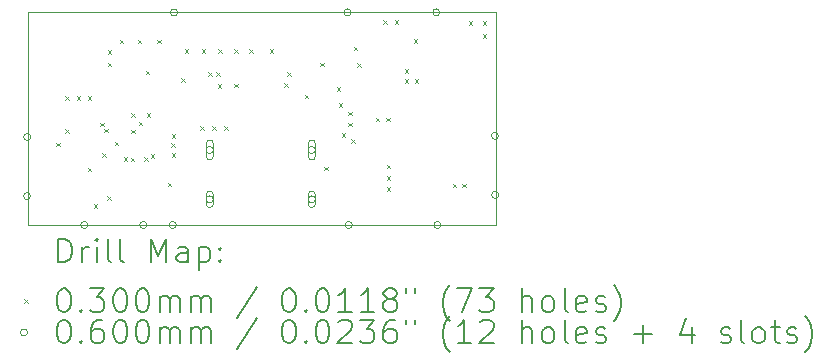
<source format=gbr>
%TF.GenerationSoftware,KiCad,Pcbnew,9.0.0*%
%TF.CreationDate,2025-03-15T13:46:52+01:00*%
%TF.ProjectId,snowbackpack,736e6f77-6261-4636-9b70-61636b2e6b69,rev?*%
%TF.SameCoordinates,Original*%
%TF.FileFunction,Drillmap*%
%TF.FilePolarity,Positive*%
%FSLAX45Y45*%
G04 Gerber Fmt 4.5, Leading zero omitted, Abs format (unit mm)*
G04 Created by KiCad (PCBNEW 9.0.0) date 2025-03-15 13:46:52*
%MOMM*%
%LPD*%
G01*
G04 APERTURE LIST*
%ADD10C,0.100000*%
%ADD11C,0.200000*%
G04 APERTURE END LIST*
D10*
X7410000Y-8200000D02*
X11370000Y-8200000D01*
X11370000Y-10000000D01*
X7410000Y-10000000D01*
X7410000Y-8200000D01*
D11*
D10*
X7650000Y-9305000D02*
X7680000Y-9335000D01*
X7680000Y-9305000D02*
X7650000Y-9335000D01*
X7725000Y-8910000D02*
X7755000Y-8940000D01*
X7755000Y-8910000D02*
X7725000Y-8940000D01*
X7725000Y-9190000D02*
X7755000Y-9220000D01*
X7755000Y-9190000D02*
X7725000Y-9220000D01*
X7820000Y-8910000D02*
X7850000Y-8940000D01*
X7850000Y-8910000D02*
X7820000Y-8940000D01*
X7915000Y-8910000D02*
X7945000Y-8940000D01*
X7945000Y-8910000D02*
X7915000Y-8940000D01*
X7915000Y-9515000D02*
X7945000Y-9545000D01*
X7945000Y-9515000D02*
X7915000Y-9545000D01*
X7965000Y-9825000D02*
X7995000Y-9855000D01*
X7995000Y-9825000D02*
X7965000Y-9855000D01*
X8021318Y-9134798D02*
X8051318Y-9164798D01*
X8051318Y-9134798D02*
X8021318Y-9164798D01*
X8035473Y-9391973D02*
X8065473Y-9421973D01*
X8065473Y-9391973D02*
X8035473Y-9421973D01*
X8055000Y-9185000D02*
X8085000Y-9215000D01*
X8085000Y-9185000D02*
X8055000Y-9215000D01*
X8080000Y-9755000D02*
X8110000Y-9785000D01*
X8110000Y-9755000D02*
X8080000Y-9785000D01*
X8085000Y-8520000D02*
X8115000Y-8550000D01*
X8115000Y-8520000D02*
X8085000Y-8550000D01*
X8085000Y-8625000D02*
X8115000Y-8655000D01*
X8115000Y-8625000D02*
X8085000Y-8655000D01*
X8145000Y-9295000D02*
X8175000Y-9325000D01*
X8175000Y-9295000D02*
X8145000Y-9325000D01*
X8185000Y-8430000D02*
X8215000Y-8460000D01*
X8215000Y-8430000D02*
X8185000Y-8460000D01*
X8218775Y-9424383D02*
X8248775Y-9454383D01*
X8248775Y-9424383D02*
X8218775Y-9454383D01*
X8278482Y-9430306D02*
X8308482Y-9460306D01*
X8308482Y-9430306D02*
X8278482Y-9460306D01*
X8285000Y-9055000D02*
X8315000Y-9085000D01*
X8315000Y-9055000D02*
X8285000Y-9085000D01*
X8285000Y-9195000D02*
X8315000Y-9225000D01*
X8315000Y-9195000D02*
X8285000Y-9225000D01*
X8340000Y-8430000D02*
X8370000Y-8460000D01*
X8370000Y-8430000D02*
X8340000Y-8460000D01*
X8347499Y-9125026D02*
X8377499Y-9155026D01*
X8377499Y-9125026D02*
X8347499Y-9155026D01*
X8393499Y-9424089D02*
X8423499Y-9454089D01*
X8423499Y-9424089D02*
X8393499Y-9454089D01*
X8405000Y-8692500D02*
X8435000Y-8722500D01*
X8435000Y-8692500D02*
X8405000Y-8722500D01*
X8415000Y-9055000D02*
X8445000Y-9085000D01*
X8445000Y-9055000D02*
X8415000Y-9085000D01*
X8448061Y-9398873D02*
X8478061Y-9428873D01*
X8478061Y-9398873D02*
X8448061Y-9428873D01*
X8505000Y-8430000D02*
X8535000Y-8460000D01*
X8535000Y-8430000D02*
X8505000Y-8460000D01*
X8590893Y-9641874D02*
X8620893Y-9671874D01*
X8620893Y-9641874D02*
X8590893Y-9671874D01*
X8622500Y-9307500D02*
X8652500Y-9337500D01*
X8652500Y-9307500D02*
X8622500Y-9337500D01*
X8625000Y-9390000D02*
X8655000Y-9420000D01*
X8655000Y-9390000D02*
X8625000Y-9420000D01*
X8627516Y-9233177D02*
X8657516Y-9263177D01*
X8657516Y-9233177D02*
X8627516Y-9263177D01*
X8705000Y-8755000D02*
X8735000Y-8785000D01*
X8735000Y-8755000D02*
X8705000Y-8785000D01*
X8737500Y-8510000D02*
X8767500Y-8540000D01*
X8767500Y-8510000D02*
X8737500Y-8540000D01*
X8865000Y-9165000D02*
X8895000Y-9195000D01*
X8895000Y-9165000D02*
X8865000Y-9195000D01*
X8880000Y-8510000D02*
X8910000Y-8540000D01*
X8910000Y-8510000D02*
X8880000Y-8540000D01*
X8935000Y-8705000D02*
X8965000Y-8735000D01*
X8965000Y-8705000D02*
X8935000Y-8735000D01*
X8970000Y-9165000D02*
X9000000Y-9195000D01*
X9000000Y-9165000D02*
X8970000Y-9195000D01*
X9005000Y-8705000D02*
X9035000Y-8735000D01*
X9035000Y-8705000D02*
X9005000Y-8735000D01*
X9015000Y-8810000D02*
X9045000Y-8840000D01*
X9045000Y-8810000D02*
X9015000Y-8840000D01*
X9020000Y-8510000D02*
X9050000Y-8540000D01*
X9050000Y-8510000D02*
X9020000Y-8540000D01*
X9070000Y-9165000D02*
X9100000Y-9195000D01*
X9100000Y-9165000D02*
X9070000Y-9195000D01*
X9155000Y-8510000D02*
X9185000Y-8540000D01*
X9185000Y-8510000D02*
X9155000Y-8540000D01*
X9155000Y-8805000D02*
X9185000Y-8835000D01*
X9185000Y-8805000D02*
X9155000Y-8835000D01*
X9280000Y-8510000D02*
X9310000Y-8540000D01*
X9310000Y-8510000D02*
X9280000Y-8540000D01*
X9455000Y-8510000D02*
X9485000Y-8540000D01*
X9485000Y-8510000D02*
X9455000Y-8540000D01*
X9577527Y-8797527D02*
X9607527Y-8827527D01*
X9607527Y-8797527D02*
X9577527Y-8827527D01*
X9605289Y-8704922D02*
X9635289Y-8734922D01*
X9635289Y-8704922D02*
X9605289Y-8734922D01*
X9752500Y-8897500D02*
X9782500Y-8927500D01*
X9782500Y-8897500D02*
X9752500Y-8927500D01*
X9885000Y-8625000D02*
X9915000Y-8655000D01*
X9915000Y-8625000D02*
X9885000Y-8655000D01*
X9915000Y-9505000D02*
X9945000Y-9535000D01*
X9945000Y-9505000D02*
X9915000Y-9535000D01*
X10022498Y-8835000D02*
X10052498Y-8865000D01*
X10052498Y-8835000D02*
X10022498Y-8865000D01*
X10040000Y-8970000D02*
X10070000Y-9000000D01*
X10070000Y-8970000D02*
X10040000Y-9000000D01*
X10065000Y-9225000D02*
X10095000Y-9255000D01*
X10095000Y-9225000D02*
X10065000Y-9255000D01*
X10122500Y-9040000D02*
X10152500Y-9070000D01*
X10152500Y-9040000D02*
X10122500Y-9070000D01*
X10122527Y-9135000D02*
X10152527Y-9165000D01*
X10152527Y-9135000D02*
X10122527Y-9165000D01*
X10145000Y-9275000D02*
X10175000Y-9305000D01*
X10175000Y-9275000D02*
X10145000Y-9305000D01*
X10165000Y-8490000D02*
X10195000Y-8520000D01*
X10195000Y-8490000D02*
X10165000Y-8520000D01*
X10195000Y-8630000D02*
X10225000Y-8660000D01*
X10225000Y-8630000D02*
X10195000Y-8660000D01*
X10355000Y-9090000D02*
X10385000Y-9120000D01*
X10385000Y-9090000D02*
X10355000Y-9120000D01*
X10415000Y-8265000D02*
X10445000Y-8295000D01*
X10445000Y-8265000D02*
X10415000Y-8295000D01*
X10440000Y-9090000D02*
X10470000Y-9120000D01*
X10470000Y-9090000D02*
X10440000Y-9120000D01*
X10445000Y-9490000D02*
X10475000Y-9520000D01*
X10475000Y-9490000D02*
X10445000Y-9520000D01*
X10445000Y-9585000D02*
X10475000Y-9615000D01*
X10475000Y-9585000D02*
X10445000Y-9615000D01*
X10445000Y-9680000D02*
X10475000Y-9710000D01*
X10475000Y-9680000D02*
X10445000Y-9710000D01*
X10515000Y-8265000D02*
X10545000Y-8295000D01*
X10545000Y-8265000D02*
X10515000Y-8295000D01*
X10600000Y-8680000D02*
X10630000Y-8710000D01*
X10630000Y-8680000D02*
X10600000Y-8710000D01*
X10600000Y-8765000D02*
X10630000Y-8795000D01*
X10630000Y-8765000D02*
X10600000Y-8795000D01*
X10675000Y-8425000D02*
X10705000Y-8455000D01*
X10705000Y-8425000D02*
X10675000Y-8455000D01*
X10685000Y-8765000D02*
X10715000Y-8795000D01*
X10715000Y-8765000D02*
X10685000Y-8795000D01*
X11005000Y-9650000D02*
X11035000Y-9680000D01*
X11035000Y-9650000D02*
X11005000Y-9680000D01*
X11085000Y-9650000D02*
X11115000Y-9680000D01*
X11115000Y-9650000D02*
X11085000Y-9680000D01*
X11140000Y-8275000D02*
X11170000Y-8305000D01*
X11170000Y-8275000D02*
X11140000Y-8305000D01*
X11260000Y-8275000D02*
X11290000Y-8305000D01*
X11290000Y-8275000D02*
X11260000Y-8305000D01*
X11260000Y-8385000D02*
X11290000Y-8415000D01*
X11290000Y-8385000D02*
X11260000Y-8415000D01*
X7430475Y-9755000D02*
G75*
G02*
X7370475Y-9755000I-30000J0D01*
G01*
X7370475Y-9755000D02*
G75*
G02*
X7430475Y-9755000I30000J0D01*
G01*
X7432497Y-9255000D02*
G75*
G02*
X7372497Y-9255000I-30000J0D01*
G01*
X7372497Y-9255000D02*
G75*
G02*
X7432497Y-9255000I30000J0D01*
G01*
X7915000Y-10000000D02*
G75*
G02*
X7855000Y-10000000I-30000J0D01*
G01*
X7855000Y-10000000D02*
G75*
G02*
X7915000Y-10000000I30000J0D01*
G01*
X8415000Y-10000000D02*
G75*
G02*
X8355000Y-10000000I-30000J0D01*
G01*
X8355000Y-10000000D02*
G75*
G02*
X8415000Y-10000000I30000J0D01*
G01*
X8665000Y-10000000D02*
G75*
G02*
X8605000Y-10000000I-30000J0D01*
G01*
X8605000Y-10000000D02*
G75*
G02*
X8665000Y-10000000I30000J0D01*
G01*
X8675000Y-8200000D02*
G75*
G02*
X8615000Y-8200000I-30000J0D01*
G01*
X8615000Y-8200000D02*
G75*
G02*
X8675000Y-8200000I30000J0D01*
G01*
X8977996Y-9364491D02*
G75*
G02*
X8917996Y-9364491I-30000J0D01*
G01*
X8917996Y-9364491D02*
G75*
G02*
X8977996Y-9364491I30000J0D01*
G01*
X8917996Y-9309491D02*
X8917996Y-9419491D01*
X8977996Y-9419491D02*
G75*
G02*
X8917996Y-9419491I-30000J0D01*
G01*
X8977996Y-9419491D02*
X8977996Y-9309491D01*
X8977996Y-9309491D02*
G75*
G03*
X8917996Y-9309491I-30000J0D01*
G01*
X8977996Y-9782500D02*
G75*
G02*
X8917996Y-9782500I-30000J0D01*
G01*
X8917996Y-9782500D02*
G75*
G02*
X8977996Y-9782500I30000J0D01*
G01*
X8917996Y-9742499D02*
X8917996Y-9822501D01*
X8977996Y-9822501D02*
G75*
G02*
X8917996Y-9822501I-30000J0D01*
G01*
X8977996Y-9822501D02*
X8977996Y-9742499D01*
X8977996Y-9742499D02*
G75*
G03*
X8917996Y-9742499I-30000J0D01*
G01*
X9842004Y-9364491D02*
G75*
G02*
X9782004Y-9364491I-30000J0D01*
G01*
X9782004Y-9364491D02*
G75*
G02*
X9842004Y-9364491I30000J0D01*
G01*
X9782004Y-9309491D02*
X9782004Y-9419491D01*
X9842004Y-9419491D02*
G75*
G02*
X9782004Y-9419491I-30000J0D01*
G01*
X9842004Y-9419491D02*
X9842004Y-9309491D01*
X9842004Y-9309491D02*
G75*
G03*
X9782004Y-9309491I-30000J0D01*
G01*
X9842004Y-9782500D02*
G75*
G02*
X9782004Y-9782500I-30000J0D01*
G01*
X9782004Y-9782500D02*
G75*
G02*
X9842004Y-9782500I30000J0D01*
G01*
X9782004Y-9742499D02*
X9782004Y-9822501D01*
X9842004Y-9822501D02*
G75*
G02*
X9782004Y-9822501I-30000J0D01*
G01*
X9842004Y-9822501D02*
X9842004Y-9742499D01*
X9842004Y-9742499D02*
G75*
G03*
X9782004Y-9742499I-30000J0D01*
G01*
X10145000Y-8200000D02*
G75*
G02*
X10085000Y-8200000I-30000J0D01*
G01*
X10085000Y-8200000D02*
G75*
G02*
X10145000Y-8200000I30000J0D01*
G01*
X10155000Y-10000000D02*
G75*
G02*
X10095000Y-10000000I-30000J0D01*
G01*
X10095000Y-10000000D02*
G75*
G02*
X10155000Y-10000000I30000J0D01*
G01*
X10895000Y-8200000D02*
G75*
G02*
X10835000Y-8200000I-30000J0D01*
G01*
X10835000Y-8200000D02*
G75*
G02*
X10895000Y-8200000I30000J0D01*
G01*
X10905000Y-10000000D02*
G75*
G02*
X10845000Y-10000000I-30000J0D01*
G01*
X10845000Y-10000000D02*
G75*
G02*
X10905000Y-10000000I30000J0D01*
G01*
X11392502Y-9245000D02*
G75*
G02*
X11332502Y-9245000I-30000J0D01*
G01*
X11332502Y-9245000D02*
G75*
G02*
X11392502Y-9245000I30000J0D01*
G01*
X11394525Y-9745000D02*
G75*
G02*
X11334525Y-9745000I-30000J0D01*
G01*
X11334525Y-9745000D02*
G75*
G02*
X11394525Y-9745000I30000J0D01*
G01*
D11*
X7665777Y-10316484D02*
X7665777Y-10116484D01*
X7665777Y-10116484D02*
X7713396Y-10116484D01*
X7713396Y-10116484D02*
X7741967Y-10126008D01*
X7741967Y-10126008D02*
X7761015Y-10145055D01*
X7761015Y-10145055D02*
X7770539Y-10164103D01*
X7770539Y-10164103D02*
X7780062Y-10202198D01*
X7780062Y-10202198D02*
X7780062Y-10230770D01*
X7780062Y-10230770D02*
X7770539Y-10268865D01*
X7770539Y-10268865D02*
X7761015Y-10287912D01*
X7761015Y-10287912D02*
X7741967Y-10306960D01*
X7741967Y-10306960D02*
X7713396Y-10316484D01*
X7713396Y-10316484D02*
X7665777Y-10316484D01*
X7865777Y-10316484D02*
X7865777Y-10183150D01*
X7865777Y-10221246D02*
X7875301Y-10202198D01*
X7875301Y-10202198D02*
X7884824Y-10192674D01*
X7884824Y-10192674D02*
X7903872Y-10183150D01*
X7903872Y-10183150D02*
X7922920Y-10183150D01*
X7989586Y-10316484D02*
X7989586Y-10183150D01*
X7989586Y-10116484D02*
X7980062Y-10126008D01*
X7980062Y-10126008D02*
X7989586Y-10135531D01*
X7989586Y-10135531D02*
X7999110Y-10126008D01*
X7999110Y-10126008D02*
X7989586Y-10116484D01*
X7989586Y-10116484D02*
X7989586Y-10135531D01*
X8113396Y-10316484D02*
X8094348Y-10306960D01*
X8094348Y-10306960D02*
X8084824Y-10287912D01*
X8084824Y-10287912D02*
X8084824Y-10116484D01*
X8218158Y-10316484D02*
X8199110Y-10306960D01*
X8199110Y-10306960D02*
X8189586Y-10287912D01*
X8189586Y-10287912D02*
X8189586Y-10116484D01*
X8446729Y-10316484D02*
X8446729Y-10116484D01*
X8446729Y-10116484D02*
X8513396Y-10259341D01*
X8513396Y-10259341D02*
X8580063Y-10116484D01*
X8580063Y-10116484D02*
X8580063Y-10316484D01*
X8761015Y-10316484D02*
X8761015Y-10211722D01*
X8761015Y-10211722D02*
X8751491Y-10192674D01*
X8751491Y-10192674D02*
X8732444Y-10183150D01*
X8732444Y-10183150D02*
X8694348Y-10183150D01*
X8694348Y-10183150D02*
X8675301Y-10192674D01*
X8761015Y-10306960D02*
X8741967Y-10316484D01*
X8741967Y-10316484D02*
X8694348Y-10316484D01*
X8694348Y-10316484D02*
X8675301Y-10306960D01*
X8675301Y-10306960D02*
X8665777Y-10287912D01*
X8665777Y-10287912D02*
X8665777Y-10268865D01*
X8665777Y-10268865D02*
X8675301Y-10249817D01*
X8675301Y-10249817D02*
X8694348Y-10240293D01*
X8694348Y-10240293D02*
X8741967Y-10240293D01*
X8741967Y-10240293D02*
X8761015Y-10230770D01*
X8856253Y-10183150D02*
X8856253Y-10383150D01*
X8856253Y-10192674D02*
X8875301Y-10183150D01*
X8875301Y-10183150D02*
X8913396Y-10183150D01*
X8913396Y-10183150D02*
X8932444Y-10192674D01*
X8932444Y-10192674D02*
X8941967Y-10202198D01*
X8941967Y-10202198D02*
X8951491Y-10221246D01*
X8951491Y-10221246D02*
X8951491Y-10278389D01*
X8951491Y-10278389D02*
X8941967Y-10297436D01*
X8941967Y-10297436D02*
X8932444Y-10306960D01*
X8932444Y-10306960D02*
X8913396Y-10316484D01*
X8913396Y-10316484D02*
X8875301Y-10316484D01*
X8875301Y-10316484D02*
X8856253Y-10306960D01*
X9037205Y-10297436D02*
X9046729Y-10306960D01*
X9046729Y-10306960D02*
X9037205Y-10316484D01*
X9037205Y-10316484D02*
X9027682Y-10306960D01*
X9027682Y-10306960D02*
X9037205Y-10297436D01*
X9037205Y-10297436D02*
X9037205Y-10316484D01*
X9037205Y-10192674D02*
X9046729Y-10202198D01*
X9046729Y-10202198D02*
X9037205Y-10211722D01*
X9037205Y-10211722D02*
X9027682Y-10202198D01*
X9027682Y-10202198D02*
X9037205Y-10192674D01*
X9037205Y-10192674D02*
X9037205Y-10211722D01*
D10*
X7375000Y-10630000D02*
X7405000Y-10660000D01*
X7405000Y-10630000D02*
X7375000Y-10660000D01*
D11*
X7703872Y-10536484D02*
X7722920Y-10536484D01*
X7722920Y-10536484D02*
X7741967Y-10546008D01*
X7741967Y-10546008D02*
X7751491Y-10555531D01*
X7751491Y-10555531D02*
X7761015Y-10574579D01*
X7761015Y-10574579D02*
X7770539Y-10612674D01*
X7770539Y-10612674D02*
X7770539Y-10660293D01*
X7770539Y-10660293D02*
X7761015Y-10698389D01*
X7761015Y-10698389D02*
X7751491Y-10717436D01*
X7751491Y-10717436D02*
X7741967Y-10726960D01*
X7741967Y-10726960D02*
X7722920Y-10736484D01*
X7722920Y-10736484D02*
X7703872Y-10736484D01*
X7703872Y-10736484D02*
X7684824Y-10726960D01*
X7684824Y-10726960D02*
X7675301Y-10717436D01*
X7675301Y-10717436D02*
X7665777Y-10698389D01*
X7665777Y-10698389D02*
X7656253Y-10660293D01*
X7656253Y-10660293D02*
X7656253Y-10612674D01*
X7656253Y-10612674D02*
X7665777Y-10574579D01*
X7665777Y-10574579D02*
X7675301Y-10555531D01*
X7675301Y-10555531D02*
X7684824Y-10546008D01*
X7684824Y-10546008D02*
X7703872Y-10536484D01*
X7856253Y-10717436D02*
X7865777Y-10726960D01*
X7865777Y-10726960D02*
X7856253Y-10736484D01*
X7856253Y-10736484D02*
X7846729Y-10726960D01*
X7846729Y-10726960D02*
X7856253Y-10717436D01*
X7856253Y-10717436D02*
X7856253Y-10736484D01*
X7932443Y-10536484D02*
X8056253Y-10536484D01*
X8056253Y-10536484D02*
X7989586Y-10612674D01*
X7989586Y-10612674D02*
X8018158Y-10612674D01*
X8018158Y-10612674D02*
X8037205Y-10622198D01*
X8037205Y-10622198D02*
X8046729Y-10631722D01*
X8046729Y-10631722D02*
X8056253Y-10650770D01*
X8056253Y-10650770D02*
X8056253Y-10698389D01*
X8056253Y-10698389D02*
X8046729Y-10717436D01*
X8046729Y-10717436D02*
X8037205Y-10726960D01*
X8037205Y-10726960D02*
X8018158Y-10736484D01*
X8018158Y-10736484D02*
X7961015Y-10736484D01*
X7961015Y-10736484D02*
X7941967Y-10726960D01*
X7941967Y-10726960D02*
X7932443Y-10717436D01*
X8180062Y-10536484D02*
X8199110Y-10536484D01*
X8199110Y-10536484D02*
X8218158Y-10546008D01*
X8218158Y-10546008D02*
X8227682Y-10555531D01*
X8227682Y-10555531D02*
X8237205Y-10574579D01*
X8237205Y-10574579D02*
X8246729Y-10612674D01*
X8246729Y-10612674D02*
X8246729Y-10660293D01*
X8246729Y-10660293D02*
X8237205Y-10698389D01*
X8237205Y-10698389D02*
X8227682Y-10717436D01*
X8227682Y-10717436D02*
X8218158Y-10726960D01*
X8218158Y-10726960D02*
X8199110Y-10736484D01*
X8199110Y-10736484D02*
X8180062Y-10736484D01*
X8180062Y-10736484D02*
X8161015Y-10726960D01*
X8161015Y-10726960D02*
X8151491Y-10717436D01*
X8151491Y-10717436D02*
X8141967Y-10698389D01*
X8141967Y-10698389D02*
X8132443Y-10660293D01*
X8132443Y-10660293D02*
X8132443Y-10612674D01*
X8132443Y-10612674D02*
X8141967Y-10574579D01*
X8141967Y-10574579D02*
X8151491Y-10555531D01*
X8151491Y-10555531D02*
X8161015Y-10546008D01*
X8161015Y-10546008D02*
X8180062Y-10536484D01*
X8370539Y-10536484D02*
X8389586Y-10536484D01*
X8389586Y-10536484D02*
X8408634Y-10546008D01*
X8408634Y-10546008D02*
X8418158Y-10555531D01*
X8418158Y-10555531D02*
X8427682Y-10574579D01*
X8427682Y-10574579D02*
X8437205Y-10612674D01*
X8437205Y-10612674D02*
X8437205Y-10660293D01*
X8437205Y-10660293D02*
X8427682Y-10698389D01*
X8427682Y-10698389D02*
X8418158Y-10717436D01*
X8418158Y-10717436D02*
X8408634Y-10726960D01*
X8408634Y-10726960D02*
X8389586Y-10736484D01*
X8389586Y-10736484D02*
X8370539Y-10736484D01*
X8370539Y-10736484D02*
X8351491Y-10726960D01*
X8351491Y-10726960D02*
X8341967Y-10717436D01*
X8341967Y-10717436D02*
X8332443Y-10698389D01*
X8332443Y-10698389D02*
X8322920Y-10660293D01*
X8322920Y-10660293D02*
X8322920Y-10612674D01*
X8322920Y-10612674D02*
X8332443Y-10574579D01*
X8332443Y-10574579D02*
X8341967Y-10555531D01*
X8341967Y-10555531D02*
X8351491Y-10546008D01*
X8351491Y-10546008D02*
X8370539Y-10536484D01*
X8522920Y-10736484D02*
X8522920Y-10603150D01*
X8522920Y-10622198D02*
X8532444Y-10612674D01*
X8532444Y-10612674D02*
X8551491Y-10603150D01*
X8551491Y-10603150D02*
X8580063Y-10603150D01*
X8580063Y-10603150D02*
X8599110Y-10612674D01*
X8599110Y-10612674D02*
X8608634Y-10631722D01*
X8608634Y-10631722D02*
X8608634Y-10736484D01*
X8608634Y-10631722D02*
X8618158Y-10612674D01*
X8618158Y-10612674D02*
X8637205Y-10603150D01*
X8637205Y-10603150D02*
X8665777Y-10603150D01*
X8665777Y-10603150D02*
X8684825Y-10612674D01*
X8684825Y-10612674D02*
X8694348Y-10631722D01*
X8694348Y-10631722D02*
X8694348Y-10736484D01*
X8789586Y-10736484D02*
X8789586Y-10603150D01*
X8789586Y-10622198D02*
X8799110Y-10612674D01*
X8799110Y-10612674D02*
X8818158Y-10603150D01*
X8818158Y-10603150D02*
X8846729Y-10603150D01*
X8846729Y-10603150D02*
X8865777Y-10612674D01*
X8865777Y-10612674D02*
X8875301Y-10631722D01*
X8875301Y-10631722D02*
X8875301Y-10736484D01*
X8875301Y-10631722D02*
X8884825Y-10612674D01*
X8884825Y-10612674D02*
X8903872Y-10603150D01*
X8903872Y-10603150D02*
X8932444Y-10603150D01*
X8932444Y-10603150D02*
X8951491Y-10612674D01*
X8951491Y-10612674D02*
X8961015Y-10631722D01*
X8961015Y-10631722D02*
X8961015Y-10736484D01*
X9351491Y-10526960D02*
X9180063Y-10784103D01*
X9608634Y-10536484D02*
X9627682Y-10536484D01*
X9627682Y-10536484D02*
X9646729Y-10546008D01*
X9646729Y-10546008D02*
X9656253Y-10555531D01*
X9656253Y-10555531D02*
X9665777Y-10574579D01*
X9665777Y-10574579D02*
X9675301Y-10612674D01*
X9675301Y-10612674D02*
X9675301Y-10660293D01*
X9675301Y-10660293D02*
X9665777Y-10698389D01*
X9665777Y-10698389D02*
X9656253Y-10717436D01*
X9656253Y-10717436D02*
X9646729Y-10726960D01*
X9646729Y-10726960D02*
X9627682Y-10736484D01*
X9627682Y-10736484D02*
X9608634Y-10736484D01*
X9608634Y-10736484D02*
X9589587Y-10726960D01*
X9589587Y-10726960D02*
X9580063Y-10717436D01*
X9580063Y-10717436D02*
X9570539Y-10698389D01*
X9570539Y-10698389D02*
X9561015Y-10660293D01*
X9561015Y-10660293D02*
X9561015Y-10612674D01*
X9561015Y-10612674D02*
X9570539Y-10574579D01*
X9570539Y-10574579D02*
X9580063Y-10555531D01*
X9580063Y-10555531D02*
X9589587Y-10546008D01*
X9589587Y-10546008D02*
X9608634Y-10536484D01*
X9761015Y-10717436D02*
X9770539Y-10726960D01*
X9770539Y-10726960D02*
X9761015Y-10736484D01*
X9761015Y-10736484D02*
X9751491Y-10726960D01*
X9751491Y-10726960D02*
X9761015Y-10717436D01*
X9761015Y-10717436D02*
X9761015Y-10736484D01*
X9894348Y-10536484D02*
X9913396Y-10536484D01*
X9913396Y-10536484D02*
X9932444Y-10546008D01*
X9932444Y-10546008D02*
X9941968Y-10555531D01*
X9941968Y-10555531D02*
X9951491Y-10574579D01*
X9951491Y-10574579D02*
X9961015Y-10612674D01*
X9961015Y-10612674D02*
X9961015Y-10660293D01*
X9961015Y-10660293D02*
X9951491Y-10698389D01*
X9951491Y-10698389D02*
X9941968Y-10717436D01*
X9941968Y-10717436D02*
X9932444Y-10726960D01*
X9932444Y-10726960D02*
X9913396Y-10736484D01*
X9913396Y-10736484D02*
X9894348Y-10736484D01*
X9894348Y-10736484D02*
X9875301Y-10726960D01*
X9875301Y-10726960D02*
X9865777Y-10717436D01*
X9865777Y-10717436D02*
X9856253Y-10698389D01*
X9856253Y-10698389D02*
X9846729Y-10660293D01*
X9846729Y-10660293D02*
X9846729Y-10612674D01*
X9846729Y-10612674D02*
X9856253Y-10574579D01*
X9856253Y-10574579D02*
X9865777Y-10555531D01*
X9865777Y-10555531D02*
X9875301Y-10546008D01*
X9875301Y-10546008D02*
X9894348Y-10536484D01*
X10151491Y-10736484D02*
X10037206Y-10736484D01*
X10094348Y-10736484D02*
X10094348Y-10536484D01*
X10094348Y-10536484D02*
X10075301Y-10565055D01*
X10075301Y-10565055D02*
X10056253Y-10584103D01*
X10056253Y-10584103D02*
X10037206Y-10593627D01*
X10341968Y-10736484D02*
X10227682Y-10736484D01*
X10284825Y-10736484D02*
X10284825Y-10536484D01*
X10284825Y-10536484D02*
X10265777Y-10565055D01*
X10265777Y-10565055D02*
X10246729Y-10584103D01*
X10246729Y-10584103D02*
X10227682Y-10593627D01*
X10456253Y-10622198D02*
X10437206Y-10612674D01*
X10437206Y-10612674D02*
X10427682Y-10603150D01*
X10427682Y-10603150D02*
X10418158Y-10584103D01*
X10418158Y-10584103D02*
X10418158Y-10574579D01*
X10418158Y-10574579D02*
X10427682Y-10555531D01*
X10427682Y-10555531D02*
X10437206Y-10546008D01*
X10437206Y-10546008D02*
X10456253Y-10536484D01*
X10456253Y-10536484D02*
X10494349Y-10536484D01*
X10494349Y-10536484D02*
X10513396Y-10546008D01*
X10513396Y-10546008D02*
X10522920Y-10555531D01*
X10522920Y-10555531D02*
X10532444Y-10574579D01*
X10532444Y-10574579D02*
X10532444Y-10584103D01*
X10532444Y-10584103D02*
X10522920Y-10603150D01*
X10522920Y-10603150D02*
X10513396Y-10612674D01*
X10513396Y-10612674D02*
X10494349Y-10622198D01*
X10494349Y-10622198D02*
X10456253Y-10622198D01*
X10456253Y-10622198D02*
X10437206Y-10631722D01*
X10437206Y-10631722D02*
X10427682Y-10641246D01*
X10427682Y-10641246D02*
X10418158Y-10660293D01*
X10418158Y-10660293D02*
X10418158Y-10698389D01*
X10418158Y-10698389D02*
X10427682Y-10717436D01*
X10427682Y-10717436D02*
X10437206Y-10726960D01*
X10437206Y-10726960D02*
X10456253Y-10736484D01*
X10456253Y-10736484D02*
X10494349Y-10736484D01*
X10494349Y-10736484D02*
X10513396Y-10726960D01*
X10513396Y-10726960D02*
X10522920Y-10717436D01*
X10522920Y-10717436D02*
X10532444Y-10698389D01*
X10532444Y-10698389D02*
X10532444Y-10660293D01*
X10532444Y-10660293D02*
X10522920Y-10641246D01*
X10522920Y-10641246D02*
X10513396Y-10631722D01*
X10513396Y-10631722D02*
X10494349Y-10622198D01*
X10608634Y-10536484D02*
X10608634Y-10574579D01*
X10684825Y-10536484D02*
X10684825Y-10574579D01*
X10980063Y-10812674D02*
X10970539Y-10803150D01*
X10970539Y-10803150D02*
X10951491Y-10774579D01*
X10951491Y-10774579D02*
X10941968Y-10755531D01*
X10941968Y-10755531D02*
X10932444Y-10726960D01*
X10932444Y-10726960D02*
X10922920Y-10679341D01*
X10922920Y-10679341D02*
X10922920Y-10641246D01*
X10922920Y-10641246D02*
X10932444Y-10593627D01*
X10932444Y-10593627D02*
X10941968Y-10565055D01*
X10941968Y-10565055D02*
X10951491Y-10546008D01*
X10951491Y-10546008D02*
X10970539Y-10517436D01*
X10970539Y-10517436D02*
X10980063Y-10507912D01*
X11037206Y-10536484D02*
X11170539Y-10536484D01*
X11170539Y-10536484D02*
X11084825Y-10736484D01*
X11227682Y-10536484D02*
X11351491Y-10536484D01*
X11351491Y-10536484D02*
X11284825Y-10612674D01*
X11284825Y-10612674D02*
X11313396Y-10612674D01*
X11313396Y-10612674D02*
X11332444Y-10622198D01*
X11332444Y-10622198D02*
X11341968Y-10631722D01*
X11341968Y-10631722D02*
X11351491Y-10650770D01*
X11351491Y-10650770D02*
X11351491Y-10698389D01*
X11351491Y-10698389D02*
X11341968Y-10717436D01*
X11341968Y-10717436D02*
X11332444Y-10726960D01*
X11332444Y-10726960D02*
X11313396Y-10736484D01*
X11313396Y-10736484D02*
X11256253Y-10736484D01*
X11256253Y-10736484D02*
X11237206Y-10726960D01*
X11237206Y-10726960D02*
X11227682Y-10717436D01*
X11589587Y-10736484D02*
X11589587Y-10536484D01*
X11675301Y-10736484D02*
X11675301Y-10631722D01*
X11675301Y-10631722D02*
X11665777Y-10612674D01*
X11665777Y-10612674D02*
X11646730Y-10603150D01*
X11646730Y-10603150D02*
X11618158Y-10603150D01*
X11618158Y-10603150D02*
X11599110Y-10612674D01*
X11599110Y-10612674D02*
X11589587Y-10622198D01*
X11799110Y-10736484D02*
X11780063Y-10726960D01*
X11780063Y-10726960D02*
X11770539Y-10717436D01*
X11770539Y-10717436D02*
X11761015Y-10698389D01*
X11761015Y-10698389D02*
X11761015Y-10641246D01*
X11761015Y-10641246D02*
X11770539Y-10622198D01*
X11770539Y-10622198D02*
X11780063Y-10612674D01*
X11780063Y-10612674D02*
X11799110Y-10603150D01*
X11799110Y-10603150D02*
X11827682Y-10603150D01*
X11827682Y-10603150D02*
X11846730Y-10612674D01*
X11846730Y-10612674D02*
X11856253Y-10622198D01*
X11856253Y-10622198D02*
X11865777Y-10641246D01*
X11865777Y-10641246D02*
X11865777Y-10698389D01*
X11865777Y-10698389D02*
X11856253Y-10717436D01*
X11856253Y-10717436D02*
X11846730Y-10726960D01*
X11846730Y-10726960D02*
X11827682Y-10736484D01*
X11827682Y-10736484D02*
X11799110Y-10736484D01*
X11980063Y-10736484D02*
X11961015Y-10726960D01*
X11961015Y-10726960D02*
X11951491Y-10707912D01*
X11951491Y-10707912D02*
X11951491Y-10536484D01*
X12132444Y-10726960D02*
X12113396Y-10736484D01*
X12113396Y-10736484D02*
X12075301Y-10736484D01*
X12075301Y-10736484D02*
X12056253Y-10726960D01*
X12056253Y-10726960D02*
X12046730Y-10707912D01*
X12046730Y-10707912D02*
X12046730Y-10631722D01*
X12046730Y-10631722D02*
X12056253Y-10612674D01*
X12056253Y-10612674D02*
X12075301Y-10603150D01*
X12075301Y-10603150D02*
X12113396Y-10603150D01*
X12113396Y-10603150D02*
X12132444Y-10612674D01*
X12132444Y-10612674D02*
X12141968Y-10631722D01*
X12141968Y-10631722D02*
X12141968Y-10650770D01*
X12141968Y-10650770D02*
X12046730Y-10669817D01*
X12218158Y-10726960D02*
X12237206Y-10736484D01*
X12237206Y-10736484D02*
X12275301Y-10736484D01*
X12275301Y-10736484D02*
X12294349Y-10726960D01*
X12294349Y-10726960D02*
X12303872Y-10707912D01*
X12303872Y-10707912D02*
X12303872Y-10698389D01*
X12303872Y-10698389D02*
X12294349Y-10679341D01*
X12294349Y-10679341D02*
X12275301Y-10669817D01*
X12275301Y-10669817D02*
X12246730Y-10669817D01*
X12246730Y-10669817D02*
X12227682Y-10660293D01*
X12227682Y-10660293D02*
X12218158Y-10641246D01*
X12218158Y-10641246D02*
X12218158Y-10631722D01*
X12218158Y-10631722D02*
X12227682Y-10612674D01*
X12227682Y-10612674D02*
X12246730Y-10603150D01*
X12246730Y-10603150D02*
X12275301Y-10603150D01*
X12275301Y-10603150D02*
X12294349Y-10612674D01*
X12370539Y-10812674D02*
X12380063Y-10803150D01*
X12380063Y-10803150D02*
X12399111Y-10774579D01*
X12399111Y-10774579D02*
X12408634Y-10755531D01*
X12408634Y-10755531D02*
X12418158Y-10726960D01*
X12418158Y-10726960D02*
X12427682Y-10679341D01*
X12427682Y-10679341D02*
X12427682Y-10641246D01*
X12427682Y-10641246D02*
X12418158Y-10593627D01*
X12418158Y-10593627D02*
X12408634Y-10565055D01*
X12408634Y-10565055D02*
X12399111Y-10546008D01*
X12399111Y-10546008D02*
X12380063Y-10517436D01*
X12380063Y-10517436D02*
X12370539Y-10507912D01*
D10*
X7405000Y-10909000D02*
G75*
G02*
X7345000Y-10909000I-30000J0D01*
G01*
X7345000Y-10909000D02*
G75*
G02*
X7405000Y-10909000I30000J0D01*
G01*
D11*
X7703872Y-10800484D02*
X7722920Y-10800484D01*
X7722920Y-10800484D02*
X7741967Y-10810008D01*
X7741967Y-10810008D02*
X7751491Y-10819531D01*
X7751491Y-10819531D02*
X7761015Y-10838579D01*
X7761015Y-10838579D02*
X7770539Y-10876674D01*
X7770539Y-10876674D02*
X7770539Y-10924293D01*
X7770539Y-10924293D02*
X7761015Y-10962389D01*
X7761015Y-10962389D02*
X7751491Y-10981436D01*
X7751491Y-10981436D02*
X7741967Y-10990960D01*
X7741967Y-10990960D02*
X7722920Y-11000484D01*
X7722920Y-11000484D02*
X7703872Y-11000484D01*
X7703872Y-11000484D02*
X7684824Y-10990960D01*
X7684824Y-10990960D02*
X7675301Y-10981436D01*
X7675301Y-10981436D02*
X7665777Y-10962389D01*
X7665777Y-10962389D02*
X7656253Y-10924293D01*
X7656253Y-10924293D02*
X7656253Y-10876674D01*
X7656253Y-10876674D02*
X7665777Y-10838579D01*
X7665777Y-10838579D02*
X7675301Y-10819531D01*
X7675301Y-10819531D02*
X7684824Y-10810008D01*
X7684824Y-10810008D02*
X7703872Y-10800484D01*
X7856253Y-10981436D02*
X7865777Y-10990960D01*
X7865777Y-10990960D02*
X7856253Y-11000484D01*
X7856253Y-11000484D02*
X7846729Y-10990960D01*
X7846729Y-10990960D02*
X7856253Y-10981436D01*
X7856253Y-10981436D02*
X7856253Y-11000484D01*
X8037205Y-10800484D02*
X7999110Y-10800484D01*
X7999110Y-10800484D02*
X7980062Y-10810008D01*
X7980062Y-10810008D02*
X7970539Y-10819531D01*
X7970539Y-10819531D02*
X7951491Y-10848103D01*
X7951491Y-10848103D02*
X7941967Y-10886198D01*
X7941967Y-10886198D02*
X7941967Y-10962389D01*
X7941967Y-10962389D02*
X7951491Y-10981436D01*
X7951491Y-10981436D02*
X7961015Y-10990960D01*
X7961015Y-10990960D02*
X7980062Y-11000484D01*
X7980062Y-11000484D02*
X8018158Y-11000484D01*
X8018158Y-11000484D02*
X8037205Y-10990960D01*
X8037205Y-10990960D02*
X8046729Y-10981436D01*
X8046729Y-10981436D02*
X8056253Y-10962389D01*
X8056253Y-10962389D02*
X8056253Y-10914770D01*
X8056253Y-10914770D02*
X8046729Y-10895722D01*
X8046729Y-10895722D02*
X8037205Y-10886198D01*
X8037205Y-10886198D02*
X8018158Y-10876674D01*
X8018158Y-10876674D02*
X7980062Y-10876674D01*
X7980062Y-10876674D02*
X7961015Y-10886198D01*
X7961015Y-10886198D02*
X7951491Y-10895722D01*
X7951491Y-10895722D02*
X7941967Y-10914770D01*
X8180062Y-10800484D02*
X8199110Y-10800484D01*
X8199110Y-10800484D02*
X8218158Y-10810008D01*
X8218158Y-10810008D02*
X8227682Y-10819531D01*
X8227682Y-10819531D02*
X8237205Y-10838579D01*
X8237205Y-10838579D02*
X8246729Y-10876674D01*
X8246729Y-10876674D02*
X8246729Y-10924293D01*
X8246729Y-10924293D02*
X8237205Y-10962389D01*
X8237205Y-10962389D02*
X8227682Y-10981436D01*
X8227682Y-10981436D02*
X8218158Y-10990960D01*
X8218158Y-10990960D02*
X8199110Y-11000484D01*
X8199110Y-11000484D02*
X8180062Y-11000484D01*
X8180062Y-11000484D02*
X8161015Y-10990960D01*
X8161015Y-10990960D02*
X8151491Y-10981436D01*
X8151491Y-10981436D02*
X8141967Y-10962389D01*
X8141967Y-10962389D02*
X8132443Y-10924293D01*
X8132443Y-10924293D02*
X8132443Y-10876674D01*
X8132443Y-10876674D02*
X8141967Y-10838579D01*
X8141967Y-10838579D02*
X8151491Y-10819531D01*
X8151491Y-10819531D02*
X8161015Y-10810008D01*
X8161015Y-10810008D02*
X8180062Y-10800484D01*
X8370539Y-10800484D02*
X8389586Y-10800484D01*
X8389586Y-10800484D02*
X8408634Y-10810008D01*
X8408634Y-10810008D02*
X8418158Y-10819531D01*
X8418158Y-10819531D02*
X8427682Y-10838579D01*
X8427682Y-10838579D02*
X8437205Y-10876674D01*
X8437205Y-10876674D02*
X8437205Y-10924293D01*
X8437205Y-10924293D02*
X8427682Y-10962389D01*
X8427682Y-10962389D02*
X8418158Y-10981436D01*
X8418158Y-10981436D02*
X8408634Y-10990960D01*
X8408634Y-10990960D02*
X8389586Y-11000484D01*
X8389586Y-11000484D02*
X8370539Y-11000484D01*
X8370539Y-11000484D02*
X8351491Y-10990960D01*
X8351491Y-10990960D02*
X8341967Y-10981436D01*
X8341967Y-10981436D02*
X8332443Y-10962389D01*
X8332443Y-10962389D02*
X8322920Y-10924293D01*
X8322920Y-10924293D02*
X8322920Y-10876674D01*
X8322920Y-10876674D02*
X8332443Y-10838579D01*
X8332443Y-10838579D02*
X8341967Y-10819531D01*
X8341967Y-10819531D02*
X8351491Y-10810008D01*
X8351491Y-10810008D02*
X8370539Y-10800484D01*
X8522920Y-11000484D02*
X8522920Y-10867150D01*
X8522920Y-10886198D02*
X8532444Y-10876674D01*
X8532444Y-10876674D02*
X8551491Y-10867150D01*
X8551491Y-10867150D02*
X8580063Y-10867150D01*
X8580063Y-10867150D02*
X8599110Y-10876674D01*
X8599110Y-10876674D02*
X8608634Y-10895722D01*
X8608634Y-10895722D02*
X8608634Y-11000484D01*
X8608634Y-10895722D02*
X8618158Y-10876674D01*
X8618158Y-10876674D02*
X8637205Y-10867150D01*
X8637205Y-10867150D02*
X8665777Y-10867150D01*
X8665777Y-10867150D02*
X8684825Y-10876674D01*
X8684825Y-10876674D02*
X8694348Y-10895722D01*
X8694348Y-10895722D02*
X8694348Y-11000484D01*
X8789586Y-11000484D02*
X8789586Y-10867150D01*
X8789586Y-10886198D02*
X8799110Y-10876674D01*
X8799110Y-10876674D02*
X8818158Y-10867150D01*
X8818158Y-10867150D02*
X8846729Y-10867150D01*
X8846729Y-10867150D02*
X8865777Y-10876674D01*
X8865777Y-10876674D02*
X8875301Y-10895722D01*
X8875301Y-10895722D02*
X8875301Y-11000484D01*
X8875301Y-10895722D02*
X8884825Y-10876674D01*
X8884825Y-10876674D02*
X8903872Y-10867150D01*
X8903872Y-10867150D02*
X8932444Y-10867150D01*
X8932444Y-10867150D02*
X8951491Y-10876674D01*
X8951491Y-10876674D02*
X8961015Y-10895722D01*
X8961015Y-10895722D02*
X8961015Y-11000484D01*
X9351491Y-10790960D02*
X9180063Y-11048103D01*
X9608634Y-10800484D02*
X9627682Y-10800484D01*
X9627682Y-10800484D02*
X9646729Y-10810008D01*
X9646729Y-10810008D02*
X9656253Y-10819531D01*
X9656253Y-10819531D02*
X9665777Y-10838579D01*
X9665777Y-10838579D02*
X9675301Y-10876674D01*
X9675301Y-10876674D02*
X9675301Y-10924293D01*
X9675301Y-10924293D02*
X9665777Y-10962389D01*
X9665777Y-10962389D02*
X9656253Y-10981436D01*
X9656253Y-10981436D02*
X9646729Y-10990960D01*
X9646729Y-10990960D02*
X9627682Y-11000484D01*
X9627682Y-11000484D02*
X9608634Y-11000484D01*
X9608634Y-11000484D02*
X9589587Y-10990960D01*
X9589587Y-10990960D02*
X9580063Y-10981436D01*
X9580063Y-10981436D02*
X9570539Y-10962389D01*
X9570539Y-10962389D02*
X9561015Y-10924293D01*
X9561015Y-10924293D02*
X9561015Y-10876674D01*
X9561015Y-10876674D02*
X9570539Y-10838579D01*
X9570539Y-10838579D02*
X9580063Y-10819531D01*
X9580063Y-10819531D02*
X9589587Y-10810008D01*
X9589587Y-10810008D02*
X9608634Y-10800484D01*
X9761015Y-10981436D02*
X9770539Y-10990960D01*
X9770539Y-10990960D02*
X9761015Y-11000484D01*
X9761015Y-11000484D02*
X9751491Y-10990960D01*
X9751491Y-10990960D02*
X9761015Y-10981436D01*
X9761015Y-10981436D02*
X9761015Y-11000484D01*
X9894348Y-10800484D02*
X9913396Y-10800484D01*
X9913396Y-10800484D02*
X9932444Y-10810008D01*
X9932444Y-10810008D02*
X9941968Y-10819531D01*
X9941968Y-10819531D02*
X9951491Y-10838579D01*
X9951491Y-10838579D02*
X9961015Y-10876674D01*
X9961015Y-10876674D02*
X9961015Y-10924293D01*
X9961015Y-10924293D02*
X9951491Y-10962389D01*
X9951491Y-10962389D02*
X9941968Y-10981436D01*
X9941968Y-10981436D02*
X9932444Y-10990960D01*
X9932444Y-10990960D02*
X9913396Y-11000484D01*
X9913396Y-11000484D02*
X9894348Y-11000484D01*
X9894348Y-11000484D02*
X9875301Y-10990960D01*
X9875301Y-10990960D02*
X9865777Y-10981436D01*
X9865777Y-10981436D02*
X9856253Y-10962389D01*
X9856253Y-10962389D02*
X9846729Y-10924293D01*
X9846729Y-10924293D02*
X9846729Y-10876674D01*
X9846729Y-10876674D02*
X9856253Y-10838579D01*
X9856253Y-10838579D02*
X9865777Y-10819531D01*
X9865777Y-10819531D02*
X9875301Y-10810008D01*
X9875301Y-10810008D02*
X9894348Y-10800484D01*
X10037206Y-10819531D02*
X10046729Y-10810008D01*
X10046729Y-10810008D02*
X10065777Y-10800484D01*
X10065777Y-10800484D02*
X10113396Y-10800484D01*
X10113396Y-10800484D02*
X10132444Y-10810008D01*
X10132444Y-10810008D02*
X10141968Y-10819531D01*
X10141968Y-10819531D02*
X10151491Y-10838579D01*
X10151491Y-10838579D02*
X10151491Y-10857627D01*
X10151491Y-10857627D02*
X10141968Y-10886198D01*
X10141968Y-10886198D02*
X10027682Y-11000484D01*
X10027682Y-11000484D02*
X10151491Y-11000484D01*
X10218158Y-10800484D02*
X10341968Y-10800484D01*
X10341968Y-10800484D02*
X10275301Y-10876674D01*
X10275301Y-10876674D02*
X10303872Y-10876674D01*
X10303872Y-10876674D02*
X10322920Y-10886198D01*
X10322920Y-10886198D02*
X10332444Y-10895722D01*
X10332444Y-10895722D02*
X10341968Y-10914770D01*
X10341968Y-10914770D02*
X10341968Y-10962389D01*
X10341968Y-10962389D02*
X10332444Y-10981436D01*
X10332444Y-10981436D02*
X10322920Y-10990960D01*
X10322920Y-10990960D02*
X10303872Y-11000484D01*
X10303872Y-11000484D02*
X10246729Y-11000484D01*
X10246729Y-11000484D02*
X10227682Y-10990960D01*
X10227682Y-10990960D02*
X10218158Y-10981436D01*
X10513396Y-10800484D02*
X10475301Y-10800484D01*
X10475301Y-10800484D02*
X10456253Y-10810008D01*
X10456253Y-10810008D02*
X10446729Y-10819531D01*
X10446729Y-10819531D02*
X10427682Y-10848103D01*
X10427682Y-10848103D02*
X10418158Y-10886198D01*
X10418158Y-10886198D02*
X10418158Y-10962389D01*
X10418158Y-10962389D02*
X10427682Y-10981436D01*
X10427682Y-10981436D02*
X10437206Y-10990960D01*
X10437206Y-10990960D02*
X10456253Y-11000484D01*
X10456253Y-11000484D02*
X10494349Y-11000484D01*
X10494349Y-11000484D02*
X10513396Y-10990960D01*
X10513396Y-10990960D02*
X10522920Y-10981436D01*
X10522920Y-10981436D02*
X10532444Y-10962389D01*
X10532444Y-10962389D02*
X10532444Y-10914770D01*
X10532444Y-10914770D02*
X10522920Y-10895722D01*
X10522920Y-10895722D02*
X10513396Y-10886198D01*
X10513396Y-10886198D02*
X10494349Y-10876674D01*
X10494349Y-10876674D02*
X10456253Y-10876674D01*
X10456253Y-10876674D02*
X10437206Y-10886198D01*
X10437206Y-10886198D02*
X10427682Y-10895722D01*
X10427682Y-10895722D02*
X10418158Y-10914770D01*
X10608634Y-10800484D02*
X10608634Y-10838579D01*
X10684825Y-10800484D02*
X10684825Y-10838579D01*
X10980063Y-11076674D02*
X10970539Y-11067150D01*
X10970539Y-11067150D02*
X10951491Y-11038579D01*
X10951491Y-11038579D02*
X10941968Y-11019531D01*
X10941968Y-11019531D02*
X10932444Y-10990960D01*
X10932444Y-10990960D02*
X10922920Y-10943341D01*
X10922920Y-10943341D02*
X10922920Y-10905246D01*
X10922920Y-10905246D02*
X10932444Y-10857627D01*
X10932444Y-10857627D02*
X10941968Y-10829055D01*
X10941968Y-10829055D02*
X10951491Y-10810008D01*
X10951491Y-10810008D02*
X10970539Y-10781436D01*
X10970539Y-10781436D02*
X10980063Y-10771912D01*
X11161015Y-11000484D02*
X11046730Y-11000484D01*
X11103872Y-11000484D02*
X11103872Y-10800484D01*
X11103872Y-10800484D02*
X11084825Y-10829055D01*
X11084825Y-10829055D02*
X11065777Y-10848103D01*
X11065777Y-10848103D02*
X11046730Y-10857627D01*
X11237206Y-10819531D02*
X11246729Y-10810008D01*
X11246729Y-10810008D02*
X11265777Y-10800484D01*
X11265777Y-10800484D02*
X11313396Y-10800484D01*
X11313396Y-10800484D02*
X11332444Y-10810008D01*
X11332444Y-10810008D02*
X11341968Y-10819531D01*
X11341968Y-10819531D02*
X11351491Y-10838579D01*
X11351491Y-10838579D02*
X11351491Y-10857627D01*
X11351491Y-10857627D02*
X11341968Y-10886198D01*
X11341968Y-10886198D02*
X11227682Y-11000484D01*
X11227682Y-11000484D02*
X11351491Y-11000484D01*
X11589587Y-11000484D02*
X11589587Y-10800484D01*
X11675301Y-11000484D02*
X11675301Y-10895722D01*
X11675301Y-10895722D02*
X11665777Y-10876674D01*
X11665777Y-10876674D02*
X11646730Y-10867150D01*
X11646730Y-10867150D02*
X11618158Y-10867150D01*
X11618158Y-10867150D02*
X11599110Y-10876674D01*
X11599110Y-10876674D02*
X11589587Y-10886198D01*
X11799110Y-11000484D02*
X11780063Y-10990960D01*
X11780063Y-10990960D02*
X11770539Y-10981436D01*
X11770539Y-10981436D02*
X11761015Y-10962389D01*
X11761015Y-10962389D02*
X11761015Y-10905246D01*
X11761015Y-10905246D02*
X11770539Y-10886198D01*
X11770539Y-10886198D02*
X11780063Y-10876674D01*
X11780063Y-10876674D02*
X11799110Y-10867150D01*
X11799110Y-10867150D02*
X11827682Y-10867150D01*
X11827682Y-10867150D02*
X11846730Y-10876674D01*
X11846730Y-10876674D02*
X11856253Y-10886198D01*
X11856253Y-10886198D02*
X11865777Y-10905246D01*
X11865777Y-10905246D02*
X11865777Y-10962389D01*
X11865777Y-10962389D02*
X11856253Y-10981436D01*
X11856253Y-10981436D02*
X11846730Y-10990960D01*
X11846730Y-10990960D02*
X11827682Y-11000484D01*
X11827682Y-11000484D02*
X11799110Y-11000484D01*
X11980063Y-11000484D02*
X11961015Y-10990960D01*
X11961015Y-10990960D02*
X11951491Y-10971912D01*
X11951491Y-10971912D02*
X11951491Y-10800484D01*
X12132444Y-10990960D02*
X12113396Y-11000484D01*
X12113396Y-11000484D02*
X12075301Y-11000484D01*
X12075301Y-11000484D02*
X12056253Y-10990960D01*
X12056253Y-10990960D02*
X12046730Y-10971912D01*
X12046730Y-10971912D02*
X12046730Y-10895722D01*
X12046730Y-10895722D02*
X12056253Y-10876674D01*
X12056253Y-10876674D02*
X12075301Y-10867150D01*
X12075301Y-10867150D02*
X12113396Y-10867150D01*
X12113396Y-10867150D02*
X12132444Y-10876674D01*
X12132444Y-10876674D02*
X12141968Y-10895722D01*
X12141968Y-10895722D02*
X12141968Y-10914770D01*
X12141968Y-10914770D02*
X12046730Y-10933817D01*
X12218158Y-10990960D02*
X12237206Y-11000484D01*
X12237206Y-11000484D02*
X12275301Y-11000484D01*
X12275301Y-11000484D02*
X12294349Y-10990960D01*
X12294349Y-10990960D02*
X12303872Y-10971912D01*
X12303872Y-10971912D02*
X12303872Y-10962389D01*
X12303872Y-10962389D02*
X12294349Y-10943341D01*
X12294349Y-10943341D02*
X12275301Y-10933817D01*
X12275301Y-10933817D02*
X12246730Y-10933817D01*
X12246730Y-10933817D02*
X12227682Y-10924293D01*
X12227682Y-10924293D02*
X12218158Y-10905246D01*
X12218158Y-10905246D02*
X12218158Y-10895722D01*
X12218158Y-10895722D02*
X12227682Y-10876674D01*
X12227682Y-10876674D02*
X12246730Y-10867150D01*
X12246730Y-10867150D02*
X12275301Y-10867150D01*
X12275301Y-10867150D02*
X12294349Y-10876674D01*
X12541968Y-10924293D02*
X12694349Y-10924293D01*
X12618158Y-11000484D02*
X12618158Y-10848103D01*
X13027682Y-10867150D02*
X13027682Y-11000484D01*
X12980063Y-10790960D02*
X12932444Y-10933817D01*
X12932444Y-10933817D02*
X13056253Y-10933817D01*
X13275301Y-10990960D02*
X13294349Y-11000484D01*
X13294349Y-11000484D02*
X13332444Y-11000484D01*
X13332444Y-11000484D02*
X13351492Y-10990960D01*
X13351492Y-10990960D02*
X13361015Y-10971912D01*
X13361015Y-10971912D02*
X13361015Y-10962389D01*
X13361015Y-10962389D02*
X13351492Y-10943341D01*
X13351492Y-10943341D02*
X13332444Y-10933817D01*
X13332444Y-10933817D02*
X13303873Y-10933817D01*
X13303873Y-10933817D02*
X13284825Y-10924293D01*
X13284825Y-10924293D02*
X13275301Y-10905246D01*
X13275301Y-10905246D02*
X13275301Y-10895722D01*
X13275301Y-10895722D02*
X13284825Y-10876674D01*
X13284825Y-10876674D02*
X13303873Y-10867150D01*
X13303873Y-10867150D02*
X13332444Y-10867150D01*
X13332444Y-10867150D02*
X13351492Y-10876674D01*
X13475301Y-11000484D02*
X13456254Y-10990960D01*
X13456254Y-10990960D02*
X13446730Y-10971912D01*
X13446730Y-10971912D02*
X13446730Y-10800484D01*
X13580063Y-11000484D02*
X13561015Y-10990960D01*
X13561015Y-10990960D02*
X13551492Y-10981436D01*
X13551492Y-10981436D02*
X13541968Y-10962389D01*
X13541968Y-10962389D02*
X13541968Y-10905246D01*
X13541968Y-10905246D02*
X13551492Y-10886198D01*
X13551492Y-10886198D02*
X13561015Y-10876674D01*
X13561015Y-10876674D02*
X13580063Y-10867150D01*
X13580063Y-10867150D02*
X13608635Y-10867150D01*
X13608635Y-10867150D02*
X13627682Y-10876674D01*
X13627682Y-10876674D02*
X13637206Y-10886198D01*
X13637206Y-10886198D02*
X13646730Y-10905246D01*
X13646730Y-10905246D02*
X13646730Y-10962389D01*
X13646730Y-10962389D02*
X13637206Y-10981436D01*
X13637206Y-10981436D02*
X13627682Y-10990960D01*
X13627682Y-10990960D02*
X13608635Y-11000484D01*
X13608635Y-11000484D02*
X13580063Y-11000484D01*
X13703873Y-10867150D02*
X13780063Y-10867150D01*
X13732444Y-10800484D02*
X13732444Y-10971912D01*
X13732444Y-10971912D02*
X13741968Y-10990960D01*
X13741968Y-10990960D02*
X13761015Y-11000484D01*
X13761015Y-11000484D02*
X13780063Y-11000484D01*
X13837206Y-10990960D02*
X13856254Y-11000484D01*
X13856254Y-11000484D02*
X13894349Y-11000484D01*
X13894349Y-11000484D02*
X13913396Y-10990960D01*
X13913396Y-10990960D02*
X13922920Y-10971912D01*
X13922920Y-10971912D02*
X13922920Y-10962389D01*
X13922920Y-10962389D02*
X13913396Y-10943341D01*
X13913396Y-10943341D02*
X13894349Y-10933817D01*
X13894349Y-10933817D02*
X13865777Y-10933817D01*
X13865777Y-10933817D02*
X13846730Y-10924293D01*
X13846730Y-10924293D02*
X13837206Y-10905246D01*
X13837206Y-10905246D02*
X13837206Y-10895722D01*
X13837206Y-10895722D02*
X13846730Y-10876674D01*
X13846730Y-10876674D02*
X13865777Y-10867150D01*
X13865777Y-10867150D02*
X13894349Y-10867150D01*
X13894349Y-10867150D02*
X13913396Y-10876674D01*
X13989587Y-11076674D02*
X13999111Y-11067150D01*
X13999111Y-11067150D02*
X14018158Y-11038579D01*
X14018158Y-11038579D02*
X14027682Y-11019531D01*
X14027682Y-11019531D02*
X14037206Y-10990960D01*
X14037206Y-10990960D02*
X14046730Y-10943341D01*
X14046730Y-10943341D02*
X14046730Y-10905246D01*
X14046730Y-10905246D02*
X14037206Y-10857627D01*
X14037206Y-10857627D02*
X14027682Y-10829055D01*
X14027682Y-10829055D02*
X14018158Y-10810008D01*
X14018158Y-10810008D02*
X13999111Y-10781436D01*
X13999111Y-10781436D02*
X13989587Y-10771912D01*
M02*

</source>
